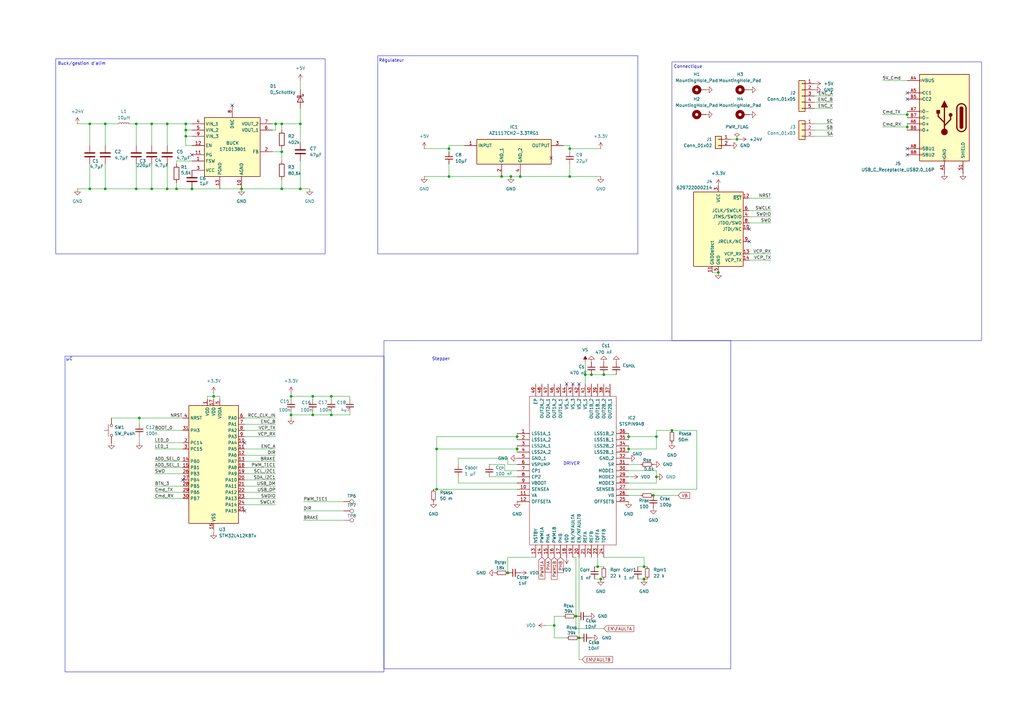
<source format=kicad_sch>
(kicad_sch (version 20250114) (generator "eeschema") (generator_version "9.0")
  (paper "A3")
  (title_block (title "PCB Frein") (company "ENSEA") (comment 1 "fait par SIMU4DX"))
  (lib_symbols
    (symbol "Connector:Conn_ST_STDC14"
      (property "Reference" "J" (at -8.89 16.51 0))
      (property "Value" "Conn_ST_STDC14" (at 17.78 16.51 0))
      (symbol "Conn_ST_STDC14_1_1"
        (pin no_connect line (at -10.16 5.08 0) (length 2.54) (hide yes) (name "NC") (number "1"))
        (pin no_connect line (at -10.16 2.54 0) (length 2.54) (hide yes) (name "NC") (number "2"))
        (pin passive line (at -2.54 -17.78 90) (length 2.54) (name "GNDDetect") (number "11"))
        (pin power_in line (at 0 17.78 270) (length 2.54) (name "VCC") (number "3"))
        (pin power_in line (at 0 -17.78 90) (length 2.54) (name "GND") (number "5"))
        (pin passive line (at 0 -17.78 90) (length 2.54) (hide yes) (name "GND") (number "7"))
        (pin open_collector line (at 12.7 12.7 180) (length 2.54) (name "~{RST}") (number "12"))
        (pin output line (at 12.7 7.62 180) (length 2.54) (name "JCLK/SWCLK") (number "6"))
        (pin bidirectional line (at 12.7 5.08 180) (length 2.54) (name "JTMS/SWDIO") (number "4"))
        (pin input line (at 12.7 2.54 180) (length 2.54) (name "JTDO/SWO") (number "8"))
        (pin output line (at 12.7 0 180) (length 2.54) (name "JTDI/NC") (number "10"))
        (pin input line (at 12.7 -5.08 180) (length 2.54) (name "JRCLK/NC") (number "9"))
        (pin output line (at 12.7 -10.16 180) (length 2.54) (name "VCP_RX") (number "13"))
        (pin input line (at 12.7 -12.7 180) (length 2.54) (name "VCP_TX") (number "14"))
      )
    )
    (symbol "Connector:TestPoint" (pin_numbers (hide yes)) (pin_names (offset 0.762) (hide yes))
      (property "Reference" "TP" (at 0 6.858 0))
      (property "Value" "TestPoint" (at 0 5.08 0))
      (symbol "TestPoint_1_1"
        (pin passive line (at 0 0 90) (length 2.54) (name "1") (number "1"))
      )
    )
    (symbol "Connector:USB_C_Receptacle_USB2.0_16P" (pin_names (offset 1.016))
      (property "Reference" "J" (at 0 22.225 0))
      (property "Value" "USB_C_Receptacle_USB2.0_16P" (at 0 19.685 0))
      (symbol "USB_C_Receptacle_USB2.0_16P_1_1"
        (pin passive line (at -7.62 -22.86 90) (length 5.08) (name "SHIELD") (number "S1"))
        (pin passive line (at 0 -22.86 90) (length 5.08) (name "GND") (number "A1"))
        (pin passive line (at 0 -22.86 90) (length 5.08) (hide yes) (name "GND") (number "A12"))
        (pin passive line (at 0 -22.86 90) (length 5.08) (hide yes) (name "GND") (number "B1"))
        (pin passive line (at 0 -22.86 90) (length 5.08) (hide yes) (name "GND") (number "B12"))
        (pin passive line (at 15.24 15.24 180) (length 5.08) (name "VBUS") (number "A4"))
        (pin passive line (at 15.24 15.24 180) (length 5.08) (hide yes) (name "VBUS") (number "A9"))
        (pin passive line (at 15.24 15.24 180) (length 5.08) (hide yes) (name "VBUS") (number "B4"))
        (pin passive line (at 15.24 15.24 180) (length 5.08) (hide yes) (name "VBUS") (number "B9"))
        (pin bidirectional line (at 15.24 10.16 180) (length 5.08) (name "CC1") (number "A5"))
        (pin bidirectional line (at 15.24 7.62 180) (length 5.08) (name "CC2") (number "B5"))
        (pin bidirectional line (at 15.24 2.54 180) (length 5.08) (name "D-") (number "A7"))
        (pin bidirectional line (at 15.24 0 180) (length 5.08) (name "D-") (number "B7"))
        (pin bidirectional line (at 15.24 -2.54 180) (length 5.08) (name "D+") (number "A6"))
        (pin bidirectional line (at 15.24 -5.08 180) (length 5.08) (name "D+") (number "B6"))
        (pin bidirectional line (at 15.24 -12.7 180) (length 5.08) (name "SBU1") (number "A8"))
        (pin bidirectional line (at 15.24 -15.24 180) (length 5.08) (name "SBU2") (number "B8"))
      )
    )
    (symbol "Connector_Generic:Conn_01x02" (pin_names (offset 1.016) (hide yes))
      (property "Reference" "J" (at 0 2.54 0))
      (property "Value" "Conn_01x02" (at 0 -5.08 0))
      (symbol "Conn_01x02_1_1"
        (pin passive line (at -5.08 0 0) (length 3.81) (name "Pin_1") (number "1"))
        (pin passive line (at -5.08 -2.54 0) (length 3.81) (name "Pin_2") (number "2"))
      )
    )
    (symbol "Connector_Generic:Conn_01x03" (pin_names (offset 1.016) (hide yes))
      (property "Reference" "J" (at 0 5.08 0))
      (property "Value" "Conn_01x03" (at 0 -5.08 0))
      (symbol "Conn_01x03_1_1"
        (pin passive line (at -5.08 2.54 0) (length 3.81) (name "Pin_1") (number "1"))
        (pin passive line (at -5.08 0 0) (length 3.81) (name "Pin_2") (number "2"))
        (pin passive line (at -5.08 -2.54 0) (length 3.81) (name "Pin_3") (number "3"))
      )
    )
    (symbol "Connector_Generic:Conn_01x05" (pin_names (offset 1.016) (hide yes))
      (property "Reference" "J" (at 0 7.62 0))
      (property "Value" "Conn_01x05" (at 0 -7.62 0))
      (symbol "Conn_01x05_1_1"
        (pin passive line (at -5.08 5.08 0) (length 3.81) (name "Pin_1") (number "1"))
        (pin passive line (at -5.08 2.54 0) (length 3.81) (name "Pin_2") (number "2"))
        (pin passive line (at -5.08 0 0) (length 3.81) (name "Pin_3") (number "3"))
        (pin passive line (at -5.08 -2.54 0) (length 3.81) (name "Pin_4") (number "4"))
        (pin passive line (at -5.08 -5.08 0) (length 3.81) (name "Pin_5") (number "5"))
      )
    )
    (symbol "Device:C" (pin_numbers (hide yes)) (pin_names (offset 0.254))
      (property "Reference" "C" (at 0.635 2.54 0))
      (property "Value" "C" (at 0.635 -2.54 0))
      (symbol "C_1_1"
        (pin passive line (at 0 3.81 270) (length 2.794) (name "~") (number "1"))
        (pin passive line (at 0 -3.81 90) (length 2.794) (name "~") (number "2"))
      )
    )
    (symbol "Device:C_Small" (pin_numbers (hide yes)) (pin_names (offset 0.254) (hide yes))
      (property "Reference" "C" (at 0.254 1.778 0))
      (property "Value" "C_Small" (at 0.254 -2.032 0))
      (symbol "C_Small_1_1"
        (pin passive line (at 0 2.54 270) (length 2.032) (name "~") (number "1"))
        (pin passive line (at 0 -2.54 90) (length 2.032) (name "~") (number "2"))
      )
    )
    (symbol "Device:D_Schottky" (pin_numbers (hide yes)) (pin_names (offset 1.016) (hide yes))
      (property "Reference" "D" (at 0 2.54 0))
      (property "Value" "D_Schottky" (at 0 -2.54 0))
      (symbol "D_Schottky_1_1"
        (pin passive line (at -3.81 0 0) (length 2.54) (name "K") (number "1"))
        (pin passive line (at 3.81 0 180) (length 2.54) (name "A") (number "2"))
      )
    )
    (symbol "Device:L_Small" (pin_numbers (hide yes)) (pin_names (offset 0.254) (hide yes))
      (property "Reference" "L" (at 0.762 1.016 0))
      (property "Value" "L_Small" (at 0.762 -1.016 0))
      (symbol "L_Small_1_1"
        (pin passive line (at 0 2.54 270) (length 0.508) (name "~") (number "1"))
        (pin passive line (at 0 -2.54 90) (length 0.508) (name "~") (number "2"))
      )
    )
    (symbol "Device:R" (pin_numbers (hide yes)) (pin_names (offset 0))
      (property "Reference" "R" (at 2.032 0 90))
      (property "Value" "R" (at 0 0 90))
      (symbol "R_1_1"
        (pin passive line (at 0 3.81 270) (length 1.27) (name "~") (number "1"))
        (pin passive line (at 0 -3.81 90) (length 1.27) (name "~") (number "2"))
      )
    )
    (symbol "Device:R_Small" (pin_numbers (hide yes)) (pin_names (offset 0.254) (hide yes))
      (property "Reference" "R" (at 0.762 0.508 0))
      (property "Value" "R_Small" (at 0.762 -1.016 0))
      (symbol "R_Small_1_1"
        (pin passive line (at 0 2.54 270) (length 0.762) (name "~") (number "1"))
        (pin passive line (at 0 -2.54 90) (length 0.762) (name "~") (number "2"))
      )
    )
    (symbol "MCU_ST_STM32L4:STM32L412KBTx"
      (property "Reference" "U" (at -10.16 26.67 0))
      (property "Value" "STM32L412KBTx" (at 5.08 26.67 0))
      (symbol "STM32L412KBTx_1_1"
        (pin input line (at -12.7 20.32 0) (length 2.54) (name "NRST") (number "4"))
        (pin bidirectional line (at -12.7 15.24 0) (length 2.54) (name "PH3") (number "31"))
        (pin bidirectional line (at -12.7 10.16 0) (length 2.54) (name "PC14") (number "2"))
        (pin bidirectional line (at -12.7 7.62 0) (length 2.54) (name "PC15") (number "3"))
        (pin bidirectional line (at -12.7 2.54 0) (length 2.54) (name "PB0") (number "14"))
        (pin bidirectional line (at -12.7 0 0) (length 2.54) (name "PB1") (number "15"))
        (pin bidirectional line (at -12.7 -2.54 0) (length 2.54) (name "PB3") (number "26"))
        (pin bidirectional line (at -12.7 -5.08 0) (length 2.54) (name "PB4") (number "27"))
        (pin bidirectional line (at -12.7 -7.62 0) (length 2.54) (name "PB5") (number "28"))
        (pin bidirectional line (at -12.7 -10.16 0) (length 2.54) (name "PB6") (number "29"))
        (pin bidirectional line (at -12.7 -12.7 0) (length 2.54) (name "PB7") (number "30"))
        (pin power_in line (at -2.54 27.94 270) (length 2.54) (name "VDD") (number "1"))
        (pin power_in line (at 0 27.94 270) (length 2.54) (name "VDD") (number "17"))
        (pin power_in line (at 0 -25.4 90) (length 2.54) (name "VSS") (number "16"))
        (pin passive line (at 0 -25.4 90) (length 2.54) (hide yes) (name "VSS") (number "32"))
        (pin power_in line (at 2.54 27.94 270) (length 2.54) (name "VDDA") (number "5"))
        (pin bidirectional line (at 12.7 20.32 180) (length 2.54) (name "PA0") (number "6"))
        (pin bidirectional line (at 12.7 17.78 180) (length 2.54) (name "PA1") (number "7"))
        (pin bidirectional line (at 12.7 15.24 180) (length 2.54) (name "PA2") (number "8"))
        (pin bidirectional line (at 12.7 12.7 180) (length 2.54) (name "PA3") (number "9"))
        (pin bidirectional line (at 12.7 10.16 180) (length 2.54) (name "PA4") (number "10"))
        (pin bidirectional line (at 12.7 7.62 180) (length 2.54) (name "PA5") (number "11"))
        (pin bidirectional line (at 12.7 5.08 180) (length 2.54) (name "PA6") (number "12"))
        (pin bidirectional line (at 12.7 2.54 180) (length 2.54) (name "PA7") (number "13"))
        (pin bidirectional line (at 12.7 0 180) (length 2.54) (name "PA8") (number "18"))
        (pin bidirectional line (at 12.7 -2.54 180) (length 2.54) (name "PA9") (number "19"))
        (pin bidirectional line (at 12.7 -5.08 180) (length 2.54) (name "PA10") (number "20"))
        (pin bidirectional line (at 12.7 -7.62 180) (length 2.54) (name "PA11") (number "21"))
        (pin bidirectional line (at 12.7 -10.16 180) (length 2.54) (name "PA12") (number "22"))
        (pin bidirectional line (at 12.7 -12.7 180) (length 2.54) (name "PA13") (number "23"))
        (pin bidirectional line (at 12.7 -15.24 180) (length 2.54) (name "PA14") (number "24"))
        (pin bidirectional line (at 12.7 -17.78 180) (length 2.54) (name "PA15") (number "25"))
      )
    )
    (symbol "Mechanical:MountingHole_Pad" (pin_numbers (hide yes)) (pin_names (offset 1.016) (hide yes)) (exclude_from_sim yes) (in_bom no)
      (property "Reference" "H" (at 0 6.35 0))
      (property "Value" "MountingHole_Pad" (at 0 4.445 0))
      (symbol "MountingHole_Pad_1_1"
        (pin input line (at 0 -2.54 90) (length 2.54) (name "1") (number "1"))
      )
    )
    (symbol "STSPIN948:STSPIN948" (pin_names (offset 0.762))
      (property "Reference" "IC" (at 41.91 20.32 0))
      (property "Value" "STSPIN948" (at 41.91 17.78 0))
      (symbol "STSPIN948_0_0"
        (pin passive line (at 0 0 0) (length 5.08) (name "LSS1A_1") (number "1"))
        (pin passive line (at 0 -2.54 0) (length 5.08) (name "LSS1A_2") (number "2"))
        (pin passive line (at 0 -5.08 0) (length 5.08) (name "LSS2A_1") (number "3"))
        (pin passive line (at 0 -7.62 0) (length 5.08) (name "LSS2A_2") (number "4"))
        (pin passive line (at 0 -10.16 0) (length 5.08) (name "GND_1") (number "5"))
        (pin passive line (at 0 -12.7 0) (length 5.08) (name "VSPUMP") (number "6"))
        (pin passive line (at 0 -15.24 0) (length 5.08) (name "CP1") (number "7"))
        (pin passive line (at 0 -17.78 0) (length 5.08) (name "CP2") (number "8"))
        (pin passive line (at 0 -20.32 0) (length 5.08) (name "VBOOT") (number "9"))
        (pin passive line (at 0 -22.86 0) (length 5.08) (name "SENSEA") (number "10"))
        (pin passive line (at 0 -25.4 0) (length 5.08) (name "VA") (number "11"))
        (pin passive line (at 0 -27.94 0) (length 5.08) (name "OFFSETA") (number "12"))
        (pin passive line (at 7.62 20.32 270) (length 5.08) (name "EP") (number "49"))
        (pin passive line (at 7.62 -50.8 90) (length 5.08) (name "NSTBY") (number "13"))
        (pin passive line (at 10.16 20.32 270) (length 5.08) (name "OUT2A_2") (number "48"))
        (pin passive line (at 10.16 -50.8 90) (length 5.08) (name "PWM1A") (number "14"))
        (pin passive line (at 12.7 20.32 270) (length 5.08) (name "OUT2A_1") (number "47"))
        (pin passive line (at 12.7 -50.8 90) (length 5.08) (name "PHA") (number "15"))
        (pin passive line (at 15.24 20.32 270) (length 5.08) (name "OUT1A_2") (number "46"))
        (pin passive line (at 15.24 -50.8 90) (length 5.08) (name "PWM1B") (number "16"))
        (pin passive line (at 17.78 20.32 270) (length 5.08) (name "OUT1A_1") (number "45"))
        (pin passive line (at 17.78 -50.8 90) (length 5.08) (name "PHB") (number "17"))
        (pin passive line (at 20.32 20.32 270) (length 5.08) (name "VS_4") (number "44"))
        (pin passive line (at 20.32 -50.8 90) (length 5.08) (name "VDD") (number "18"))
        (pin passive line (at 22.86 20.32 270) (length 5.08) (name "VS_3") (number "43"))
        (pin passive line (at 22.86 -50.8 90) (length 5.08) (name "EN/NFAULTA") (number "19"))
        (pin passive line (at 25.4 20.32 270) (length 5.08) (name "VS_2") (number "42"))
        (pin passive line (at 25.4 -50.8 90) (length 5.08) (name "EN/NFAULTB") (number "20"))
        (pin passive line (at 27.94 20.32 270) (length 5.08) (name "VS_1") (number "41"))
        (pin passive line (at 27.94 -50.8 90) (length 5.08) (name "REFA") (number "21"))
        (pin passive line (at 30.48 20.32 270) (length 5.08) (name "OUT1B_2") (number "40"))
        (pin passive line (at 30.48 -50.8 90) (length 5.08) (name "REFB") (number "22"))
        (pin passive line (at 33.02 20.32 270) (length 5.08) (name "OUT1B_1") (number "39"))
        (pin passive line (at 33.02 -50.8 90) (length 5.08) (name "TOFFA") (number "23"))
        (pin passive line (at 35.56 20.32 270) (length 5.08) (name "OUT2B_2") (number "38"))
        (pin passive line (at 35.56 -50.8 90) (length 5.08) (name "TOFFB") (number "24"))
        (pin passive line (at 38.1 20.32 270) (length 5.08) (name "OUT2B_1") (number "37"))
        (pin passive line (at 45.72 0 180) (length 5.08) (name "LSS1B_2") (number "36"))
        (pin passive line (at 45.72 -2.54 180) (length 5.08) (name "LSS1B_1") (number "35"))
        (pin passive line (at 45.72 -5.08 180) (length 5.08) (name "LSS2B_2") (number "34"))
        (pin passive line (at 45.72 -7.62 180) (length 5.08) (name "LSS2B_1") (number "33"))
        (pin passive line (at 45.72 -10.16 180) (length 5.08) (name "GND_2") (number "32"))
        (pin passive line (at 45.72 -12.7 180) (length 5.08) (name "SR") (number "31"))
        (pin passive line (at 45.72 -15.24 180) (length 5.08) (name "MODE1") (number "30"))
        (pin passive line (at 45.72 -17.78 180) (length 5.08) (name "MODE2") (number "29"))
        (pin passive line (at 45.72 -20.32 180) (length 5.08) (name "MODE3") (number "28"))
        (pin passive line (at 45.72 -22.86 180) (length 5.08) (name "SENSEB") (number "27"))
        (pin passive line (at 45.72 -25.4 180) (length 5.08) (name "VB") (number "26"))
        (pin passive line (at 45.72 -27.94 180) (length 5.08) (name "OFFSETB") (number "25"))
      )
    )
    (symbol "SamacSys_Parts:171013801"
      (property "Reference" "PS1" (at 17.018 -7.874 0))
      (property "Value" "171013801" (at 17.526 -9.906 0))
      (symbol "171013801_1_1"
        (pin passive line (at 0 0 0) (length 5.08) (name "VIN_1") (number "4"))
        (pin passive line (at 0 -2.54 0) (length 5.08) (name "VIN_2") (number "5"))
        (pin passive line (at 0 -5.08 0) (length 5.08) (name "VIN_3") (number "9"))
        (pin passive line (at 0 -8.89 0) (length 5.08) (name "EN") (number "12"))
        (pin passive line (at 0 -12.7 0) (length 5.08) (name "PG") (number "11"))
        (pin passive line (at 0 -15.24 0) (length 5.08) (name "FSW") (number "1"))
        (pin passive line (at 0 -19.05 0) (length 5.08) (name "VCC") (number "3"))
        (pin passive line (at 11.43 -26.67 90) (length 5.08) (name "PGND") (number "13"))
        (pin passive line (at 16.51 7.62 270) (length 5.08) (name "DNC") (number "8"))
        (pin passive line (at 20.32 -26.67 90) (length 5.08) (name "AGND") (number "10"))
        (pin passive line (at 33.02 0 180) (length 5.08) (name "VOUT_2") (number "7"))
        (pin passive line (at 33.02 -2.54 180) (length 5.08) (name "VOUT_1") (number "6"))
        (pin passive line (at 33.02 -11.43 180) (length 5.08) (name "FB") (number "2"))
      )
    )
    (symbol "SamacSys_Parts:AZ1117CH2-3.3TRG1"
      (property "Reference" "IC1" (at 20.32 7.62 0))
      (property "Value" "AZ1117CH2-3.3TRG1" (at 20.32 5.08 0))
      (symbol "AZ1117CH2-3.3TRG1_1_1"
        (pin passive line (at 0 0 0) (length 5.08) (name "INPUT") (number "1"))
        (pin passive line (at 15.24 -12.7 90) (length 5.08) (name "GND_1") (number "2"))
        (pin passive line (at 22.86 -12.7 90) (length 5.08) (name "GND_2") (number "4"))
        (pin passive line (at 40.64 0 180) (length 5.08) (name "OUTPUT") (number "3"))
      )
    )
    (symbol "Switch:SW_Push" (pin_numbers (hide yes)) (pin_names (offset 1.016) (hide yes))
      (property "Reference" "SW" (at 1.27 2.54 0))
      (property "Value" "SW_Push" (at 0 -1.524 0))
      (symbol "SW_Push_0_1"
        (pin passive line (at -5.08 0 0) (length 2.54) (name "1") (number "1"))
        (pin passive line (at 5.08 0 180) (length 2.54) (name "2") (number "2"))
      )
    )
    (symbol "power:+24V" (power) (pin_numbers (hide yes)) (pin_names (offset 0) (hide yes))
      (property "Value" "+24V" (at 0 3.556 0))
      (symbol "+24V_1_1"
        (pin power_in line (at 0 0 90) (length 0) (name "~") (number "1"))
      )
    )
    (symbol "power:+3.3V" (power) (pin_numbers (hide yes)) (pin_names (offset 0) (hide yes))
      (property "Value" "+3.3V" (at 0 3.556 0))
      (symbol "+3.3V_1_1"
        (pin power_in line (at 0 0 90) (length 0) (name "~") (number "1"))
      )
    )
    (symbol "power:+5V" (power) (pin_numbers (hide yes)) (pin_names (offset 0) (hide yes))
      (property "Value" "+5V" (at 0 3.556 0))
      (symbol "+5V_1_1"
        (pin power_in line (at 0 0 90) (length 0) (name "~") (number "1"))
      )
    )
    (symbol "power:GND" (power) (pin_numbers (hide yes)) (pin_names (offset 0) (hide yes))
      (property "Value" "GND" (at 0 -3.81 0))
      (symbol "GND_1_1"
        (pin power_in line (at 0 0 270) (length 0) (name "~") (number "1"))
      )
    )
    (symbol "power:PWR_FLAG" (power) (pin_numbers (hide yes)) (pin_names (offset 0) (hide yes))
      (property "Value" "PWR_FLAG" (at 0 3.81 0))
      (symbol "PWR_FLAG_0_0"
        (pin power_out line (at 0 0 90) (length 0) (name "~") (number "1"))
      )
    )
    (symbol "power:VDD" (power) (pin_numbers (hide yes)) (pin_names (offset 0) (hide yes))
      (property "Value" "VDD" (at 0 3.556 0))
      (symbol "VDD_1_1"
        (pin power_in line (at 0 0 90) (length 0) (name "~") (number "1"))
      )
    )
    (symbol "power:VS" (power) (pin_numbers (hide yes)) (pin_names (offset 0) (hide yes))
      (property "Value" "VS" (at 0 3.556 0))
      (symbol "VS_1_1"
        (pin power_in line (at 0 0 90) (length 0) (name "~") (number "1"))
      )
    )
  )
  (rectangle (start 154.94 22.86) (end 261.62 104.14))
  (rectangle (start 26.67 146.05) (end 157.48 275.59))
  (rectangle (start 275.59 25.4) (end 402.59 139.7))
  (rectangle (start 22.86 24.13) (end 133.35 104.14))
  (rectangle (start 157.48 139.7) (end 299.72 274.32))
  (text "DRIVER\n" (at 234.442 190.246 0) (effects (font (size 1.27 1.27))))
  (text "Stepper" (at 180.848 147.32 0) (effects (font (size 1.27 1.27))))
  (text "Connectique\n" (at 282.194 27.432 0) (effects (font (size 1.27 1.27))))
  (text "µC\n" (at 28.448 147.32 0) (effects (font (size 1.27 1.27))))
  (text "Buck/gestion d'alim\n" (at 33.528 26.162 0) (effects (font (size 1.27 1.27))))
  (text "Régulateur" (at 160.528 24.892 0) (effects (font (size 1.27 1.27))))
  (junction (at 123.19 77.47))
  (junction (at 62.23 77.47))
  (junction (at 184.15 60.96))
  (junction (at 115.57 62.23))
  (junction (at 123.19 50.8))
  (junction (at 78.74 77.47))
  (junction (at 242.57 153.67))
  (junction (at 267.97 203.2))
  (junction (at 372.11 52.07))
  (junction (at 246.38 237.49))
  (junction (at 36.83 50.8))
  (junction (at 99.06 77.47))
  (junction (at 87.63 162.56))
  (junction (at 269.24 195.58))
  (junction (at 68.58 50.8))
  (junction (at 209.55 72.39))
  (junction (at 275.59 176.53))
  (junction (at 55.88 50.8))
  (junction (at 76.2 50.8))
  (junction (at 76.2 53.34))
  (junction (at 257.81 184.15))
  (junction (at 205.74 72.39))
  (junction (at 43.18 77.47))
  (junction (at 184.15 72.39))
  (junction (at 212.09 184.15))
  (junction (at 213.36 72.39))
  (junction (at 179.07 184.15))
  (junction (at 36.83 77.47))
  (junction (at 236.22 252.73))
  (junction (at 227.33 256.54))
  (junction (at 233.68 72.39))
  (junction (at 240.03 153.67))
  (junction (at 128.27 162.56))
  (junction (at 372.11 46.99))
  (junction (at 264.16 232.41))
  (junction (at 62.23 50.8))
  (junction (at 68.58 77.47))
  (junction (at 115.57 50.8))
  (junction (at 264.16 237.49))
  (junction (at 302.26 57.15))
  (junction (at 43.18 50.8))
  (junction (at 269.24 179.07))
  (junction (at 119.38 162.56))
  (junction (at 113.03 50.8))
  (junction (at 245.11 232.41))
  (junction (at 237.49 261.62))
  (junction (at 57.15 171.45))
  (junction (at 294.64 111.76))
  (junction (at 212.09 179.07))
  (junction (at 179.07 200.66))
  (junction (at 257.81 179.07))
  (junction (at 247.65 153.67))
  (junction (at 135.89 162.56))
  (junction (at 208.28 234.95))
  (junction (at 119.38 170.18))
  (junction (at 233.68 60.96))
  (junction (at 115.57 77.47))
  (junction (at 76.2 55.88))
  (junction (at 55.88 77.47))
  (junction (at 128.27 170.18))
  (junction (at 135.89 170.18))
  (junction (at 72.39 77.47))
  (no_connect (at 307.34 93.98))
  (no_connect (at 372.11 63.5))
  (no_connect (at 234.95 157.48))
  (no_connect (at 372.11 60.96))
  (no_connect (at 307.34 99.06))
  (no_connect (at 95.25 43.18))
  (no_connect (at 226.06 64.77))
  (no_connect (at 74.93 196.85))
  (no_connect (at 78.74 63.5))
  (no_connect (at 100.33 181.61))
  (no_connect (at 232.41 157.48))
  (no_connect (at 100.33 209.55))
  (no_connect (at 372.11 38.1))
  (no_connect (at 237.49 157.48))
  (no_connect (at 372.11 40.64))
  (wire (pts (xy 87.63 161.29) (xy 87.63 162.56)))
  (wire (pts (xy 361.95 33.02) (xy 372.11 33.02)))
  (wire (pts (xy 240.03 153.67) (xy 240.03 148.59)))
  (wire (pts (xy 115.57 77.47) (xy 123.19 77.47)))
  (wire (pts (xy 36.83 77.47) (xy 43.18 77.47)))
  (wire (pts (xy 179.07 179.07) (xy 179.07 184.15)))
  (wire (pts (xy 63.5 189.23) (xy 74.93 189.23)))
  (wire (pts (xy 100.33 184.15) (xy 113.03 184.15)))
  (wire (pts (xy 115.57 50.8) (xy 115.57 53.34)))
  (wire (pts (xy 78.74 59.69) (xy 76.2 59.69)))
  (wire (pts (xy 257.81 179.07) (xy 269.24 179.07)))
  (wire (pts (xy 123.19 50.8) (xy 123.19 58.42)))
  (wire (pts (xy 100.33 176.53) (xy 113.03 176.53)))
  (wire (pts (xy 63.5 191.77) (xy 74.93 191.77)))
  (wire (pts (xy 184.15 59.69) (xy 184.15 60.96)))
  (wire (pts (xy 100.33 191.77) (xy 113.03 191.77)))
  (wire (pts (xy 173.99 60.96) (xy 184.15 60.96)))
  (wire (pts (xy 257.81 177.8) (xy 257.81 179.07)))
  (wire (pts (xy 123.19 33.02) (xy 123.19 36.83)))
  (wire (pts (xy 233.68 59.69) (xy 233.68 60.96)))
  (wire (pts (xy 269.24 198.12) (xy 257.81 198.12)))
  (wire (pts (xy 78.74 66.04) (xy 72.39 66.04)))
  (wire (pts (xy 372.11 46.99) (xy 372.11 48.26)))
  (wire (pts (xy 128.27 162.56) (xy 128.27 163.83)))
  (wire (pts (xy 123.19 44.45) (xy 123.19 50.8)))
  (wire (pts (xy 184.15 60.96) (xy 184.15 62.23)))
  (wire (pts (xy 245.11 228.6) (xy 245.11 232.41)))
  (wire (pts (xy 264.16 237.49) (xy 265.43 237.49)))
  (wire (pts (xy 179.07 184.15) (xy 179.07 200.66)))
  (wire (pts (xy 200.66 190.5) (xy 207.01 190.5)))
  (wire (pts (xy 208.28 228.6) (xy 219.71 228.6)))
  (wire (pts (xy 208.28 228.6) (xy 208.28 234.95)))
  (wire (pts (xy 57.15 171.45) (xy 74.93 171.45)))
  (wire (pts (xy 307.34 81.28) (xy 316.23 81.28)))
  (wire (pts (xy 100.33 186.69) (xy 113.03 186.69)))
  (wire (pts (xy 45.72 171.45) (xy 57.15 171.45)))
  (wire (pts (xy 187.96 190.5) (xy 187.96 187.96)))
  (wire (pts (xy 307.34 86.36) (xy 316.23 86.36)))
  (wire (pts (xy 209.55 72.39) (xy 213.36 72.39)))
  (wire (pts (xy 261.62 237.49) (xy 264.16 237.49)))
  (wire (pts (xy 190.5 59.69) (xy 184.15 59.69)))
  (wire (pts (xy 128.27 162.56) (xy 119.38 162.56)))
  (wire (pts (xy 259.08 195.58) (xy 257.81 195.58)))
  (wire (pts (xy 208.28 187.96) (xy 208.28 190.5)))
  (wire (pts (xy 57.15 179.07) (xy 57.15 181.61)))
  (wire (pts (xy 334.01 44.45) (xy 341.63 44.45)))
  (wire (pts (xy 303.53 57.15) (xy 302.26 57.15)))
  (wire (pts (xy 72.39 66.04) (xy 72.39 67.31)))
  (wire (pts (xy 63.5 184.15) (xy 74.93 184.15)))
  (wire (pts (xy 63.5 176.53) (xy 74.93 176.53)))
  (wire (pts (xy 269.24 176.53) (xy 275.59 176.53)))
  (wire (pts (xy 262.89 190.5) (xy 257.81 190.5)))
  (wire (pts (xy 72.39 77.47) (xy 78.74 77.47)))
  (wire (pts (xy 43.18 77.47) (xy 55.88 77.47)))
  (wire (pts (xy 208.28 190.5) (xy 212.09 190.5)))
  (wire (pts (xy 240.03 157.48) (xy 240.03 153.67)))
  (wire (pts (xy 100.33 171.45) (xy 113.03 171.45)))
  (wire (pts (xy 57.15 173.99) (xy 57.15 171.45)))
  (wire (pts (xy 247.65 257.81) (xy 236.22 257.81)))
  (wire (pts (xy 76.2 50.8) (xy 76.2 53.34)))
  (wire (pts (xy 124.46 213.36) (xy 140.97 213.36)))
  (wire (pts (xy 135.89 170.18) (xy 135.89 168.91)))
  (wire (pts (xy 233.68 72.39) (xy 246.38 72.39)))
  (wire (pts (xy 173.99 72.39) (xy 184.15 72.39)))
  (wire (pts (xy 53.34 50.8) (xy 55.88 50.8)))
  (wire (pts (xy 76.2 59.69) (xy 76.2 55.88)))
  (wire (pts (xy 307.34 91.44) (xy 316.23 91.44)))
  (wire (pts (xy 62.23 50.8) (xy 62.23 59.69)))
  (wire (pts (xy 207.01 193.04) (xy 212.09 193.04)))
  (wire (pts (xy 90.17 163.83) (xy 90.17 162.56)))
  (wire (pts (xy 128.27 170.18) (xy 128.27 168.91)))
  (wire (pts (xy 269.24 195.58) (xy 269.24 198.12)))
  (wire (pts (xy 264.16 232.41) (xy 265.43 232.41)))
  (wire (pts (xy 372.11 45.72) (xy 372.11 46.99)))
  (wire (pts (xy 257.81 184.15) (xy 257.81 185.42)))
  (wire (pts (xy 111.76 62.23) (xy 115.57 62.23)))
  (wire (pts (xy 111.76 50.8) (xy 113.03 50.8)))
  (wire (pts (xy 135.89 162.56) (xy 135.89 163.83)))
  (wire (pts (xy 179.07 200.66) (xy 212.09 200.66)))
  (wire (pts (xy 237.49 228.6) (xy 237.49 261.62)))
  (wire (pts (xy 143.51 168.91) (xy 143.51 170.18)))
  (wire (pts (xy 247.65 153.67) (xy 252.73 153.67)))
  (wire (pts (xy 207.01 190.5) (xy 207.01 193.04)))
  (wire (pts (xy 123.19 77.47) (xy 127 77.47)))
  (wire (pts (xy 119.38 171.45) (xy 119.38 170.18)))
  (wire (pts (xy 212.09 179.07) (xy 179.07 179.07)))
  (wire (pts (xy 115.57 60.96) (xy 115.57 62.23)))
  (wire (pts (xy 257.81 193.04) (xy 269.24 193.04)))
  (wire (pts (xy 76.2 55.88) (xy 78.74 55.88)))
  (wire (pts (xy 119.38 161.29) (xy 119.38 162.56)))
  (wire (pts (xy 99.06 77.47) (xy 115.57 77.47)))
  (wire (pts (xy 78.74 77.47) (xy 99.06 77.47)))
  (wire (pts (xy 231.14 252.73) (xy 227.33 252.73)))
  (wire (pts (xy 257.81 179.07) (xy 257.81 180.34)))
  (wire (pts (xy 100.33 199.39) (xy 113.03 199.39)))
  (wire (pts (xy 63.5 201.93) (xy 74.93 201.93)))
  (wire (pts (xy 212.09 179.07) (xy 212.09 180.34)))
  (wire (pts (xy 231.14 59.69) (xy 233.68 59.69)))
  (wire (pts (xy 115.57 50.8) (xy 123.19 50.8)))
  (wire (pts (xy 85.09 162.56) (xy 85.09 163.83)))
  (wire (pts (xy 257.81 200.66) (xy 285.75 200.66)))
  (wire (pts (xy 200.66 195.58) (xy 212.09 195.58)))
  (wire (pts (xy 205.74 72.39) (xy 209.55 72.39)))
  (wire (pts (xy 237.49 270.51) (xy 238.76 270.51)))
  (wire (pts (xy 236.22 252.73) (xy 236.22 228.6)))
  (wire (pts (xy 233.68 60.96) (xy 233.68 62.23)))
  (wire (pts (xy 184.15 72.39) (xy 205.74 72.39)))
  (wire (pts (xy 261.62 232.41) (xy 264.16 232.41)))
  (wire (pts (xy 113.03 53.34) (xy 113.03 50.8)))
  (wire (pts (xy 100.33 201.93) (xy 113.03 201.93)))
  (wire (pts (xy 100.33 207.01) (xy 113.03 207.01)))
  (wire (pts (xy 43.18 50.8) (xy 48.26 50.8)))
  (wire (pts (xy 68.58 50.8) (xy 76.2 50.8)))
  (wire (pts (xy 31.75 50.8) (xy 36.83 50.8)))
  (wire (pts (xy 100.33 179.07) (xy 113.03 179.07)))
  (wire (pts (xy 294.64 111.76) (xy 292.1 111.76)))
  (wire (pts (xy 87.63 162.56) (xy 87.63 163.83)))
  (wire (pts (xy 243.84 237.49) (xy 246.38 237.49)))
  (wire (pts (xy 187.96 187.96) (xy 208.28 187.96)))
  (wire (pts (xy 76.2 53.34) (xy 76.2 55.88)))
  (wire (pts (xy 361.95 52.07) (xy 372.11 52.07)))
  (wire (pts (xy 55.88 50.8) (xy 62.23 50.8)))
  (wire (pts (xy 72.39 74.93) (xy 72.39 77.47)))
  (wire (pts (xy 212.09 184.15) (xy 212.09 185.42)))
  (wire (pts (xy 128.27 170.18) (xy 135.89 170.18)))
  (wire (pts (xy 372.11 50.8) (xy 372.11 52.07)))
  (wire (pts (xy 143.51 163.83) (xy 143.51 162.56)))
  (wire (pts (xy 372.11 52.07) (xy 372.11 53.34)))
  (wire (pts (xy 233.68 67.31) (xy 233.68 72.39)))
  (wire (pts (xy 278.13 203.2) (xy 267.97 203.2)))
  (wire (pts (xy 113.03 50.8) (xy 115.57 50.8)))
  (wire (pts (xy 212.09 198.12) (xy 187.96 198.12)))
  (wire (pts (xy 111.76 53.34) (xy 113.03 53.34)))
  (wire (pts (xy 245.11 232.41) (xy 247.65 232.41)))
  (wire (pts (xy 43.18 67.31) (xy 43.18 77.47)))
  (wire (pts (xy 285.75 176.53) (xy 275.59 176.53)))
  (wire (pts (xy 78.74 50.8) (xy 76.2 50.8)))
  (wire (pts (xy 68.58 67.31) (xy 68.58 77.47)))
  (wire (pts (xy 55.88 50.8) (xy 55.88 59.69)))
  (wire (pts (xy 307.34 106.68) (xy 316.23 106.68)))
  (wire (pts (xy 307.34 104.14) (xy 316.23 104.14)))
  (wire (pts (xy 234.95 228.6) (xy 236.22 228.6)))
  (wire (pts (xy 55.88 67.31) (xy 55.88 77.47)))
  (wire (pts (xy 115.57 62.23) (xy 115.57 66.04)))
  (wire (pts (xy 236.22 257.81) (xy 236.22 252.73)))
  (wire (pts (xy 257.81 182.88) (xy 257.81 184.15)))
  (wire (pts (xy 212.09 177.8) (xy 212.09 179.07)))
  (wire (pts (xy 62.23 50.8) (xy 68.58 50.8)))
  (wire (pts (xy 227.33 261.62) (xy 232.41 261.62)))
  (wire (pts (xy 285.75 200.66) (xy 285.75 176.53)))
  (wire (pts (xy 62.23 77.47) (xy 68.58 77.47)))
  (wire (pts (xy 55.88 77.47) (xy 62.23 77.47)))
  (wire (pts (xy 31.75 77.47) (xy 36.83 77.47)))
  (wire (pts (xy 90.17 162.56) (xy 87.63 162.56)))
  (wire (pts (xy 68.58 50.8) (xy 68.58 59.69)))
  (wire (pts (xy 63.5 199.39) (xy 74.93 199.39)))
  (wire (pts (xy 334.01 41.91) (xy 341.63 41.91)))
  (wire (pts (xy 100.33 194.31) (xy 113.03 194.31)))
  (wire (pts (xy 187.96 198.12) (xy 187.96 195.58)))
  (wire (pts (xy 227.33 256.54) (xy 227.33 261.62)))
  (wire (pts (xy 302.26 57.15) (xy 299.72 57.15)))
  (wire (pts (xy 334.01 53.34) (xy 341.63 53.34)))
  (wire (pts (xy 123.19 66.04) (xy 123.19 77.47)))
  (wire (pts (xy 135.89 162.56) (xy 128.27 162.56)))
  (wire (pts (xy 63.5 204.47) (xy 74.93 204.47)))
  (wire (pts (xy 240.03 153.67) (xy 242.57 153.67)))
  (wire (pts (xy 115.57 73.66) (xy 115.57 77.47)))
  (wire (pts (xy 334.01 55.88) (xy 341.63 55.88)))
  (wire (pts (xy 63.5 181.61) (xy 74.93 181.61)))
  (wire (pts (xy 227.33 252.73) (xy 227.33 256.54)))
  (wire (pts (xy 87.63 162.56) (xy 85.09 162.56)))
  (wire (pts (xy 36.83 50.8) (xy 43.18 50.8)))
  (wire (pts (xy 143.51 170.18) (xy 135.89 170.18)))
  (wire (pts (xy 124.46 205.74) (xy 140.97 205.74)))
  (wire (pts (xy 63.5 194.31) (xy 74.93 194.31)))
  (wire (pts (xy 257.81 184.15) (xy 269.24 184.15)))
  (wire (pts (xy 213.36 72.39) (xy 233.68 72.39)))
  (wire (pts (xy 269.24 193.04) (xy 269.24 195.58)))
  (wire (pts (xy 62.23 67.31) (xy 62.23 77.47)))
  (wire (pts (xy 128.27 170.18) (xy 119.38 170.18)))
  (wire (pts (xy 87.63 217.17) (xy 87.63 218.44)))
  (wire (pts (xy 262.89 203.2) (xy 257.81 203.2)))
  (wire (pts (xy 334.01 50.8) (xy 341.63 50.8)))
  (wire (pts (xy 68.58 77.47) (xy 72.39 77.47)))
  (wire (pts (xy 247.65 228.6) (xy 264.16 228.6)))
  (wire (pts (xy 119.38 170.18) (xy 119.38 168.91)))
  (wire (pts (xy 334.01 39.37) (xy 341.63 39.37)))
  (wire (pts (xy 269.24 179.07) (xy 269.24 176.53)))
  (wire (pts (xy 212.09 182.88) (xy 212.09 184.15)))
  (wire (pts (xy 237.49 261.62) (xy 237.49 270.51)))
  (wire (pts (xy 119.38 162.56) (xy 119.38 163.83)))
  (wire (pts (xy 264.16 228.6) (xy 264.16 232.41)))
  (wire (pts (xy 233.68 60.96) (xy 246.38 60.96)))
  (wire (pts (xy 36.83 50.8) (xy 36.83 59.69)))
  (wire (pts (xy 100.33 189.23) (xy 113.03 189.23)))
  (wire (pts (xy 269.24 184.15) (xy 269.24 179.07)))
  (wire (pts (xy 36.83 67.31) (xy 36.83 77.47)))
  (wire (pts (xy 76.2 53.34) (xy 78.74 53.34)))
  (wire (pts (xy 179.07 184.15) (xy 212.09 184.15)))
  (wire (pts (xy 245.11 232.41) (xy 243.84 232.41)))
  (wire (pts (xy 242.57 153.67) (xy 247.65 153.67)))
  (wire (pts (xy 43.18 50.8) (xy 43.18 59.69)))
  (wire (pts (xy 223.52 256.54) (xy 227.33 256.54)))
  (wire (pts (xy 124.46 209.55) (xy 140.97 209.55)))
  (wire (pts (xy 246.38 237.49) (xy 247.65 237.49)))
  (wire (pts (xy 177.8 200.66) (xy 179.07 200.66)))
  (wire (pts (xy 184.15 67.31) (xy 184.15 72.39)))
  (wire (pts (xy 100.33 204.47) (xy 113.03 204.47)))
  (wire (pts (xy 361.95 46.99) (xy 372.11 46.99)))
  (wire (pts (xy 100.33 173.99) (xy 113.03 173.99)))
  (wire (pts (xy 135.89 162.56) (xy 143.51 162.56)))
  (wire (pts (xy 307.34 88.9) (xy 316.23 88.9)))
  (wire (pts (xy 100.33 196.85) (xy 113.03 196.85)))
  (label "ENC_A" (at 113.03 184.15 180))
  (label "ENC_X" (at 341.63 44.45 180))
  (label "BRAKE" (at 113.03 189.23 180))
  (label "ADD_SEL_1" (at 63.5 191.77 0))
  (label "SWCLK" (at 316.23 86.36 180))
  (label "BOOT_0" (at 63.5 176.53 0))
  (label "USB_DM" (at 113.03 199.39 180))
  (label "DIR" (at 124.46 209.55 0))
  (label "SWDIO" (at 316.23 88.9 180))
  (label "SWO" (at 63.5 194.31 0))
  (label "USB_DP" (at 113.03 201.93 180))
  (label "SCL_I2C1" (at 113.03 194.31 180))
  (label "SB" (at 341.63 53.34 180))
  (label "BRAKE" (at 124.46 213.36 0))
  (label "Cmd_TX" (at 63.5 201.93 0))
  (label "SWCLK" (at 113.03 207.01 180))
  (label "SWO" (at 316.23 91.44 180))
  (label "VCP_TX" (at 113.03 176.53 180))
  (label "NRST" (at 316.23 81.28 180))
  (label "DIR" (at 113.03 186.69 180))
  (label "5V_Cmd" (at 361.95 33.02 0))
  (label "SDA_I2C1" (at 113.03 196.85 180))
  (label "SA" (at 341.63 55.88 180))
  (label "Cmd_RX" (at 63.5 204.47 0))
  (label "NRST" (at 69.85 171.45 0))
  (label "ENC_B" (at 341.63 41.91 180))
  (label "ADD_SEL_0" (at 63.5 189.23 0))
  (label "LED_1" (at 63.5 184.15 0))
  (label "SC" (at 341.63 50.8 180))
  (label "VCP_RX" (at 316.23 104.14 180))
  (label "PWM_T1C1" (at 113.03 191.77 180))
  (label "Cmd_RX" (at 361.95 52.07 0))
  (label "LED_0" (at 63.5 181.61 0))
  (label "RCC_CLK_IN" (at 113.03 171.45 180))
  (label "VCP_TX" (at 316.23 106.68 180))
  (label "SWDIO" (at 113.03 204.47 180))
  (label "PWM_T1C1" (at 124.46 205.74 0))
  (label "ENC_A" (at 341.63 39.37 180))
  (label "BTN_3" (at 63.5 199.39 0))
  (label "Cmd_TX" (at 361.95 46.99 0))
  (label "ENC_B" (at 113.03 173.99 180))
  (label "VCP_RX" (at 113.03 179.07 180))
  (global_label "PWM1A" (shape input) (at 222.25 228.6 270) (property "Intersheetrefs" "${INTERSHEET_REFS}" (effects (hide yes))))
  (global_label "PHA" (shape input) (at 224.79 228.6 270) (property "Intersheetrefs" "${INTERSHEET_REFS}" (effects (hide yes))))
  (global_label "EN\\FAULTB" (shape input) (at 238.76 270.51 0) (property "Intersheetrefs" "${INTERSHEET_REFS}" (effects (hide yes))))
  (global_label "PHB" (shape input) (at 229.87 228.6 270) (property "Intersheetrefs" "${INTERSHEET_REFS}" (effects (hide yes))))
  (global_label "VB" (shape input) (at 278.13 203.2 0) (property "Intersheetrefs" "${INTERSHEET_REFS}" (effects (hide yes))))
  (global_label "EN\\FAULTA" (shape input) (at 247.65 257.81 0) (property "Intersheetrefs" "${INTERSHEET_REFS}" (effects (hide yes))))
  (global_label "PWM1B" (shape input) (at 227.33 228.6 270) (property "Intersheetrefs" "${INTERSHEET_REFS}" (effects (hide yes))))
  (symbol (lib_id "Device:C_Small") (at 242.57 151.13 0) (unit 1)
    (property "Reference" "C_{S}" (at 237.236 150.368 0) (effects (justify left)))
    (property "Value" "470 nF" (at 233.68 152.908 0) (effects (justify left)))
    (property "Description" "Unpolarized capacitor, small symbol" (effects (hide yes)))
  )
  (symbol (lib_id "power:+24V") (at 31.75 50.8 0) (unit 1)
    (property "Reference" "#PWR02" (effects (hide yes)))
    (property "Value" "+24V" (at 31.75 45.72 0))
    (property "Description" "Power symbol creates a global label with name \"+24V\"" (effects (hide yes)))
  )
  (symbol (lib_id "power:+3.3V") (at 87.63 161.29 0) (mirror y) (unit 1)
    (property "Reference" "#PWR045" (effects (hide yes)))
    (property "Value" "+3.3V" (at 87.63 156.21 0))
    (property "Description" "Power symbol creates a global label with name \"+3.3V\"" (effects (hide yes)))
  )
  (symbol (lib_id "Device:R") (at 72.39 71.12 0) (unit 1)
    (property "Reference" "R1" (at 74.168 68.58 0) (effects (justify left)))
    (property "Value" "5,6k" (at 74.168 70.866 0) (effects (justify left)))
    (property "Description" "Resistor" (effects (hide yes)))
  )
  (symbol (lib_id "power:GND") (at 394.97 71.12 0) (unit 1)
    (property "Reference" "#PWR036" (effects (hide yes)))
    (property "Value" "GND" (effects (hide yes)))
    (property "Description" "Power symbol creates a global label with name \"GND\" , ground" (effects (hide yes)))
  )
  (symbol (lib_id "power:VS") (at 240.03 148.59 0) (unit 1)
    (property "Reference" "#PWR027" (effects (hide yes)))
    (property "Value" "VS" (at 240.03 143.51 0))
    (property "Description" "Power symbol creates a global label with name \"VS\"" (effects (hide yes)))
  )
  (symbol (lib_id "power:GND") (at 267.97 190.5 90) (unit 1)
    (property "Reference" "#PWR021" (effects (hide yes)))
    (property "Value" "GND" (at 271.78 190.4999 90) (effects (justify right)))
    (property "Description" "Power symbol creates a global label with name \"GND\" , ground" (effects (hide yes)))
  )
  (symbol (lib_id "power:GND") (at 269.24 195.58 90) (unit 1)
    (property "Reference" "#PWR033" (effects (hide yes)))
    (property "Value" "GND" (at 273.05 195.5799 90) (effects (justify right)))
    (property "Description" "Power symbol creates a global label with name \"GND\" , ground" (effects (hide yes)))
  )
  (symbol (lib_id "power:GND") (at 177.8 205.74 0) (unit 1)
    (property "Reference" "#PWR028" (effects (hide yes)))
    (property "Value" "GND" (at 177.8 210.82 0))
    (property "Description" "Power symbol creates a global label with name \"GND\" , ground" (effects (hide yes)))
  )
  (symbol (lib_id "power:+3.3V") (at 119.38 161.29 0) (mirror y) (unit 1)
    (property "Reference" "#PWR051" (effects (hide yes)))
    (property "Value" "+3.3V" (at 119.38 156.21 0))
    (property "Description" "Power symbol creates a global label with name \"+3.3V\"" (effects (hide yes)))
  )
  (symbol (lib_id "power:GND") (at 203.2 234.95 270) (unit 1)
    (property "Reference" "#PWR039" (effects (hide yes)))
    (property "Value" "GND" (at 199.39 234.9499 90) (effects (justify right)))
    (property "Description" "Power symbol creates a global label with name \"GND\" , ground" (effects (hide yes)))
  )
  (symbol (lib_id "Device:R_Small") (at 233.68 252.73 90) (unit 1)
    (property "Reference" "R_{ENA}" (at 233.172 248.412 90))
    (property "Value" "39k" (at 233.172 250.698 90))
    (property "Description" "Resistor, small symbol" (effects (hide yes)))
  )
  (symbol (lib_id "power:GND") (at 246.38 72.39 0) (unit 1)
    (property "Reference" "#PWR08" (effects (hide yes)))
    (property "Value" "GND" (at 246.38 77.47 0))
    (property "Description" "Power symbol creates a global label with name \"GND\" , ground" (effects (hide yes)))
  )
  (symbol (lib_id "power:VDD") (at 213.36 234.95 270) (unit 1)
    (property "Reference" "#PWR040" (effects (hide yes)))
    (property "Value" "VDD" (at 217.17 234.9499 90) (effects (justify left)))
    (property "Description" "Power symbol creates a global label with name \"VDD\"" (effects (hide yes)))
  )
  (symbol (lib_id "power:GND") (at 294.64 111.76 0) (mirror y) (unit 1)
    (property "Reference" "#PWR023" (effects (hide yes)))
    (property "Value" "GND" (effects (hide yes)))
    (property "Description" "Power symbol creates a global label with name \"GND\" , ground" (effects (hide yes)))
  )
  (symbol (lib_id "Device:L_Small") (at 50.8 50.8 90) (unit 1)
    (property "Reference" "L1" (at 50.8 45.72 90))
    (property "Value" "10µH" (at 50.8 48.26 90))
    (property "Description" "Inductor, small symbol" (effects (hide yes)))
  )
  (symbol (lib_id "Device:C_Small") (at 200.66 193.04 0) (unit 1)
    (property "Reference" "C_{CP}" (at 203.2 191.7762 0) (effects (justify left)))
    (property "Value" "100 nF" (at 203.2 194.3162 0) (effects (justify left)))
    (property "Description" "Unpolarized capacitor, small symbol" (effects (hide yes)))
  )
  (symbol (lib_id "power:+24V") (at 303.53 57.15 270) (unit 1)
    (property "Reference" "#PWR014" (effects (hide yes)))
    (property "Value" "+24V" (at 307.34 57.1499 90) (effects (justify left)))
    (property "Description" "Power symbol creates a global label with name \"+24V\"" (effects (hide yes)))
  )
  (symbol (lib_id "Switch:SW_Push") (at 45.72 176.53 90) (unit 1)
    (property "Reference" "SW1" (at 46.99 175.2599 90) (effects (justify right)))
    (property "Value" "SW_Push" (at 46.99 177.7999 90) (effects (justify right)))
    (property "Footprint" "SamacSys_Parts:430152043826" (effects (hide yes)))
    (property "Description" "Push button switch, generic, two pins" (effects (hide yes)))
  )
  (symbol (lib_id "power:GND") (at 247.65 148.59 180) (unit 1)
    (property "Reference" "#PWR025" (effects (hide yes)))
    (property "Value" "GND" (effects (hide yes)))
    (property "Description" "Power symbol creates a global label with name \"GND\" , ground" (effects (hide yes)))
  )
  (symbol (lib_id "Device:R_Small") (at 265.43 203.2 90) (unit 1)
    (property "Reference" "R_{FBK}" (at 264.16 205.232 90))
    (property "Value" "100" (at 264.16 207.772 90))
    (property "Description" "Resistor, small symbol" (effects (hide yes)))
  )
  (symbol (lib_id "power:+5V") (at 334.01 34.29 270) (unit 1)
    (property "Reference" "#PWR017" (effects (hide yes)))
    (property "Value" "+5V" (at 337.82 34.2899 90) (effects (justify left)))
    (property "Description" "Power symbol creates a global label with name \"+5V\"" (effects (hide yes)))
  )
  (symbol (lib_id "power:+5V") (at 123.19 33.02 0) (unit 1)
    (property "Reference" "#PWR03" (effects (hide yes)))
    (property "Value" "+5V" (at 123.19 27.94 0))
    (property "Description" "Power symbol creates a global label with name \"+5V\"" (effects (hide yes)))
  )
  (symbol (lib_id "Device:C") (at 43.18 63.5 0) (unit 1)
    (property "Reference" "C2" (at 46.99 62.2299 0) (effects (justify left)))
    (property "Value" "4,7µF" (at 46.99 64.7699 0) (effects (justify left)))
    (property "Description" "Unpolarized capacitor" (effects (hide yes)))
  )
  (symbol (lib_id "Device:C_Small") (at 267.97 205.74 0) (unit 1)
    (property "Reference" "C_{FBK}" (at 270.51 204.4762 0) (effects (justify left)))
    (property "Value" "100p" (at 270.51 207.0162 0) (effects (justify left)))
    (property "Description" "Unpolarized capacitor, small symbol" (effects (hide yes)))
  )
  (symbol (lib_id "power:VDD") (at 259.08 195.58 270) (unit 1)
    (property "Reference" "#PWR032" (effects (hide yes)))
    (property "Value" "VDD" (at 262.89 195.5799 90) (effects (justify left)))
    (property "Description" "Power symbol creates a global label with name \"VDD\"" (effects (hide yes)))
  )
  (symbol (lib_id "power:GND") (at 119.38 171.45 0) (mirror y) (unit 1)
    (property "Reference" "#PWR052" (effects (hide yes)))
    (property "Value" "GND" (effects (hide yes)))
    (property "Description" "Power symbol creates a global label with name \"GND\" , ground" (effects (hide yes)))
  )
  (symbol (lib_id "power:GND") (at 307.34 46.99 90) (unit 1)
    (property "Reference" "#PWR016" (effects (hide yes)))
    (property "Value" "GND" (effects (hide yes)))
    (property "Description" "Power symbol creates a global label with name \"GND\" , ground" (effects (hide yes)))
  )
  (symbol (lib_id "power:GND") (at 289.56 36.83 90) (unit 1)
    (property "Reference" "#PWR011" (effects (hide yes)))
    (property "Value" "GND" (effects (hide yes)))
    (property "Description" "Power symbol creates a global label with name \"GND\" , ground" (effects (hide yes)))
  )
  (symbol (lib_id "power:GND") (at 212.09 187.96 270) (unit 1)
    (property "Reference" "#PWR030" (effects (hide yes)))
    (property "Value" "GND" (at 208.28 187.9599 90) (effects (justify right)))
    (property "Description" "Power symbol creates a global label with name \"GND\" , ground" (effects (hide yes)))
  )
  (symbol (lib_id "power:GND") (at 289.56 46.99 90) (unit 1)
    (property "Reference" "#PWR012" (effects (hide yes)))
    (property "Value" "GND" (effects (hide yes)))
    (property "Description" "Power symbol creates a global label with name \"GND\" , ground" (effects (hide yes)))
  )
  (symbol (lib_id "Device:R") (at 115.57 57.15 0) (unit 1)
    (property "Reference" "R2" (at 118.11 55.8799 0) (effects (justify left)))
    (property "Value" "402k" (at 118.11 58.4199 0) (effects (justify left)))
    (property "Description" "Resistor" (effects (hide yes)))
  )
  (symbol (lib_id "power:GND") (at 264.16 237.49 0) (unit 1)
    (property "Reference" "#PWR020" (effects (hide yes)))
    (property "Value" "GND" (at 264.16 242.57 0))
    (property "Description" "Power symbol creates a global label with name \"GND\" , ground" (effects (hide yes)))
  )
  (symbol (lib_id "power:GND") (at 246.38 237.49 0) (unit 1)
    (property "Reference" "#PWR019" (effects (hide yes)))
    (property "Value" "GND" (at 246.38 242.57 0))
    (property "Description" "Power symbol creates a global label with name \"GND\" , ground" (effects (hide yes)))
  )
  (symbol (lib_id "Device:C_Small") (at 252.73 151.13 0) (unit 1)
    (property "Reference" "C_{SPOL}" (at 255.27 149.8662 0) (effects (justify left)))
    (property "Description" "Unpolarized capacitor, small symbol" (effects (hide yes)))
  )
  (symbol (lib_id "STSPIN948:STSPIN948") (at 212.09 177.8 0) (unit 1)
    (property "Reference" "IC2" (at 259.08 171.3798 0))
    (property "Value" "STSPIN948" (at 259.08 173.9198 0))
    (property "Footprint" "QFN50P700X700X105-49N-D" (effects (hide yes)))
    (property "Datasheet" "https://www.st.com/resource/en/datasheet/stspin948.pdf" (effects (hide yes)))
    (property "Description" "Scalable 4.5 A dual full-bridge driver for brushed DC motors" (effects (hide yes)))
    (property "Description_1" "Scalable 4.5 A dual full-bridge driver for brushed DC motors" (effects (hide yes)))
    (property "Height" "1.05" (effects (hide yes)))
    (property "Manufacturer_Name" "STMicroelectronics" (effects (hide yes)))
    (property "Manufacturer_Part_Number" "STSPIN948" (effects (hide yes)))
    (property "Mouser Part Number" "511-STSPIN948" (effects (hide yes)))
    (property "Mouser Price/Stock" "https://www.mouser.co.uk/ProductDetail/STMicroelectronics/STSPIN948?qs=HoCaDK9Nz5dn6g8dp5VAVQ%3D%3D" (effects (hide yes)))
    (property "Arrow Part Number" "STSPIN948" (effects (hide yes)))
    (property "Arrow Price/Stock" "https://www.arrow.com/en/products/stspin948/stmicroelectronics?region=nac" (effects (hide yes)))
  )
  (symbol (lib_id "Mechanical:MountingHole_Pad") (at 304.8 36.83 90) (unit 1) (exclude_from_sim yes) (in_bom no)
    (property "Reference" "H3" (at 303.53 30.48 90))
    (property "Value" "MountingHole_Pad" (at 303.53 33.02 90))
    (property "Footprint" "MountingHole:MountingHole_3.2mm_M3_Pad_Via" (effects (hide yes)))
    (property "Description" "Mounting Hole with connection" (effects (hide yes)))
  )
  (symbol (lib_id "Device:C_Small") (at 247.65 151.13 180) (unit 1)
    (property "Reference" "C_{S}1" (at 246.634 141.732 0) (effects (justify right)))
    (property "Value" "470 nF" (at 244.094 144.526 0) (effects (justify right)))
    (property "Description" "Unpolarized capacitor, small symbol" (effects (hide yes)))
  )
  (symbol (lib_id "power:GND") (at 257.81 187.96 90) (unit 1)
    (property "Reference" "#PWR042" (effects (hide yes)))
    (property "Value" "GND" (at 259.334 186.182 90) (effects (justify right)))
    (property "Description" "Power symbol creates a global label with name \"GND\" , ground" (effects (hide yes)))
  )
  (symbol (lib_id "Device:C_Small") (at 57.15 176.53 180) (unit 1)
    (property "Reference" "C12" (at 59.69 175.2535 0) (effects (justify right)))
    (property "Value" "100n" (at 59.69 177.7935 0) (effects (justify right)))
    (property "Footprint" "Capacitor_SMD:C_0402_1005Metric" (effects (hide yes)))
    (property "Description" "Unpolarized capacitor, small symbol" (effects (hide yes)))
  )
  (symbol (lib_id "Device:C_Small") (at 187.96 193.04 0) (unit 1)
    (property "Reference" "C_{BOOT}" (at 190.5 191.7762 0) (effects (justify left)))
    (property "Value" "1 µF" (at 190.5 194.3162 0) (effects (justify left)))
    (property "Description" "Unpolarized capacitor, small symbol" (effects (hide yes)))
  )
  (symbol (lib_id "Connector_Generic:Conn_01x03") (at 328.93 53.34 0) (mirror y) (unit 1)
    (property "Reference" "J3" (at 326.39 52.0699 0) (effects (justify left)))
    (property "Value" "Conn_01x03" (at 326.39 54.6099 0) (effects (justify left)))
    (property "Footprint" "Connector_Phoenix_GMSTB:PhoenixContact_GMSTBVA_2,5_3-G-7,62_1x03_P7.62mm_Vertical" (effects (hide yes)))
    (property "Description" "Generic connector, single row, 01x03, script generated (kicad-library-utils/schlib/autogen/connector/)" (effects (hide yes)))
  )
  (symbol (lib_id "Mechanical:MountingHole_Pad") (at 304.8 46.99 90) (unit 1) (exclude_from_sim yes) (in_bom no)
    (property "Reference" "H4" (at 303.53 40.64 90))
    (property "Value" "MountingHole_Pad" (at 303.53 43.18 90))
    (property "Footprint" "MountingHole:MountingHole_3.2mm_M3_Pad_Via" (effects (hide yes)))
    (property "Description" "Mounting Hole with connection" (effects (hide yes)))
  )
  (symbol (lib_id "Connector:TestPoint") (at 140.97 213.36 270) (unit 1)
    (property "Reference" "TP8" (at 144.272 211.582 90))
    (property "Value" "BRAKE" (effects (hide yes)))
    (property "Footprint" "TestPoint:TestPoint_Pad_D1.0mm" (effects (hide yes)))
    (property "Description" "test point" (effects (hide yes)))
  )
  (symbol (lib_id "power:GND") (at 57.15 181.61 0) (unit 1)
    (property "Reference" "#PWR041" (effects (hide yes)))
    (property "Value" "GND" (effects (hide yes)))
    (property "Description" "Power symbol creates a global label with name \"GND\" , ground" (effects (hide yes)))
  )
  (symbol (lib_id "power:VDD") (at 232.41 228.6 180) (unit 1)
    (property "Reference" "#PWR047" (effects (hide yes)))
    (property "Value" "VDD" (at 232.41 233.68 0))
    (property "Description" "Power symbol creates a global label with name \"VDD\"" (effects (hide yes)))
  )
  (symbol (lib_id "power:+3.3V") (at 246.38 60.96 0) (unit 1)
    (property "Reference" "#PWR09" (effects (hide yes)))
    (property "Value" "+3.3V" (at 246.38 55.88 0))
    (property "Description" "Power symbol creates a global label with name \"+3.3V\"" (effects (hide yes)))
  )
  (symbol (lib_id "power:GND") (at 275.59 181.61 0) (unit 1)
    (property "Reference" "#PWR029" (effects (hide yes)))
    (property "Value" "GND" (at 275.59 186.69 0))
    (property "Description" "Power symbol creates a global label with name \"GND\" , ground" (effects (hide yes)))
  )
  (symbol (lib_id "power:GND") (at 299.72 59.69 90) (unit 1)
    (property "Reference" "#PWR013" (effects (hide yes)))
    (property "Value" "GND" (at 303.53 59.6899 90) (effects (justify right)))
    (property "Description" "Power symbol creates a global label with name \"GND\" , ground" (effects (hide yes)))
  )
  (symbol (lib_id "Device:R_Small") (at 265.43 190.5 90) (unit 1)
    (property "Reference" "R_{SR}" (at 265.43 188.722 90))
    (property "Value" "5,6k" (at 266.192 192.278 90))
    (property "Description" "Resistor, small symbol" (effects (hide yes)))
  )
  (symbol (lib_id "power:+3.3V") (at 294.64 76.2 0) (mirror y) (unit 1)
    (property "Reference" "#PWR022" (effects (hide yes)))
    (property "Value" "+3.3V" (at 294.64 71.12 0))
    (property "Description" "Power symbol creates a global label with name \"+3.3V\"" (effects (hide yes)))
  )
  (symbol (lib_id "Device:C_Small") (at 243.84 234.95 0) (unit 1)
    (property "Reference" "C_{OFF}" (at 237.744 233.68 0) (effects (justify left)))
    (property "Value" "1 nF" (at 237.998 236.982 0) (effects (justify left)))
    (property "Description" "Unpolarized capacitor, small symbol" (effects (hide yes)))
  )
  (symbol (lib_id "power:GND") (at 242.57 261.62 90) (unit 1)
    (property "Reference" "#PWR043" (effects (hide yes)))
    (property "Value" "GND" (at 246.7734 261.6199 90) (effects (justify right)))
    (property "Description" "Power symbol creates a global label with name \"GND\" , ground" (effects (hide yes)))
  )
  (symbol (lib_id "Device:R_Small") (at 234.95 261.62 90) (unit 1)
    (property "Reference" "R_{ENB}" (at 234.442 257.302 90))
    (property "Value" "39k" (at 234.442 259.588 90))
    (property "Description" "Resistor, small symbol" (effects (hide yes)))
  )
  (symbol (lib_id "Device:C_Small") (at 261.62 234.95 0) (unit 1)
    (property "Reference" "C_{OFF}1" (at 255.524 233.68 0) (effects (justify left)))
    (property "Value" "1 nF" (at 255.778 236.982 0) (effects (justify left)))
    (property "Description" "Unpolarized capacitor, small symbol" (effects (hide yes)))
  )
  (symbol (lib_id "SamacSys_Parts:171013801") (at 78.74 50.8 0) (unit 1)
    (property "Reference" "BUCK" (at 92.71 58.674 0) (effects (justify left)))
    (property "Value" "171013801" (at 89.916 61.214 0) (effects (justify left)))
    (property "Footprint" "171013801" (effects (hide yes)))
    (property "Datasheet" "https://www.we-online.com/components/products/datasheet/171013801.pdf" (effects (hide yes)))
    (property "Description" "Non-Isolated PoL Module DC DC Converter 1 Output 0.85 ~ 13V 1A 3.5V - 38V Input" (effects (hide yes)))
    (property "Height" "3.1" (effects (hide yes)))
    (property "Manufacturer_Name" "Wurth Elektronik" (effects (hide yes)))
    (property "Manufacturer_Part_Number" "171013801" (effects (hide yes)))
    (property "Mouser Part Number" "710-171013801" (effects (hide yes)))
    (property "Mouser Price/Stock" "https://www.mouser.co.uk/ProductDetail/Wurth-Elektronik/171013801?qs=ulEaXIWI0c%252B%2F6AidbOyEqA%3D%3D" (effects (hide yes)))
  )
  (symbol (lib_id "Connector:TestPoint") (at 140.97 205.74 270) (unit 1)
    (property "Reference" "TP6" (at 144.272 203.454 90))
    (property "Value" "PWM" (effects (hide yes)))
    (property "Footprint" "TestPoint:TestPoint_Pad_D1.0mm" (effects (hide yes)))
    (property "Description" "test point" (effects (hide yes)))
  )
  (symbol (lib_id "Connector_Generic:Conn_01x02") (at 294.64 57.15 0) (mirror y) (unit 1)
    (property "Reference" "J1" (at 292.1 57.1499 0) (effects (justify left)))
    (property "Value" "Conn_01x02" (at 292.1 59.6899 0) (effects (justify left)))
    (property "Footprint" "Connector_AMASS:AMASS_XT60PW-M_1x02_P7.20mm_Horizontal" (effects (hide yes)))
    (property "Description" "Generic connector, single row, 01x02, script generated (kicad-library-utils/schlib/autogen/connector/)" (effects (hide yes)))
  )
  (symbol (lib_id "Device:C_Small") (at 184.15 64.77 0) (unit 1)
    (property "Reference" "C8" (at 186.69 63.5062 0) (effects (justify left)))
    (property "Value" "10µF" (at 186.69 66.0462 0) (effects (justify left)))
    (property "Description" "Unpolarized capacitor, small symbol" (effects (hide yes)))
  )
  (symbol (lib_id "power:GND") (at 87.63 218.44 0) (mirror y) (unit 1)
    (property "Reference" "#PWR046" (effects (hide yes)))
    (property "Value" "GND" (effects (hide yes)))
    (property "Description" "Power symbol creates a global label with name \"GND\" , ground" (effects (hide yes)))
  )
  (symbol (lib_id "power:GND") (at 45.72 181.61 0) (mirror y) (unit 1)
    (property "Reference" "#PWR037" (effects (hide yes)))
    (property "Value" "GND" (effects (hide yes)))
    (property "Description" "Power symbol creates a global label with name \"GND\" , ground" (effects (hide yes)))
  )
  (symbol (lib_id "Device:D_Schottky") (at 123.19 40.64 270) (unit 1)
    (property "Reference" "D1" (at 110.744 35.306 90) (effects (justify left)))
    (property "Value" "D_Schottky" (at 110.744 37.846 90) (effects (justify left)))
    (property "Description" "Schottky diode" (effects (hide yes)))
  )
  (symbol (lib_id "Device:C_Small") (at 128.27 166.37 0) (mirror y) (unit 1)
    (property "Reference" "C16" (at 123.698 165.1 0) (effects (justify right)))
    (property "Value" "100n" (at 123.19 168.148 0) (effects (justify right)))
    (property "Footprint" "Capacitor_SMD:C_0402_1005Metric" (effects (hide yes)))
    (property "Description" "Unpolarized capacitor, small symbol" (effects (hide yes)))
  )
  (symbol (lib_id "power:GND") (at 252.73 148.59 180) (unit 1)
    (property "Reference" "#PWR026" (effects (hide yes)))
    (property "Value" "GND" (effects (hide yes)))
    (property "Description" "Power symbol creates a global label with name \"GND\" , ground" (effects (hide yes)))
  )
  (symbol (lib_id "Connector:Conn_ST_STDC14") (at 294.64 93.98 0) (unit 1)
    (property "Reference" "J4" (at 292.1 74.422 0) (effects (justify right)))
    (property "Value" "629722000214" (at 292.1 76.962 0) (effects (justify right)))
    (property "Footprint" "Connector_PinHeader_1.27mm:PinHeader_2x07_P1.27mm_Vertical_SMD" (effects (hide yes)))
    (property "Datasheet" "https://www.st.com/content/ccc/resource/technical/document/user_manual/group1/99/49/91/b6/b2/3a/46/e5/DM00526767/files/DM00526767.pdf/jcr:content/translations/en.DM00526767.pdf" (effects (hide yes)))
    (property "Description" "ST Debug Connector, standard ARM Cortex-M SWD and JTAG interface plus UART" (effects (hide yes)))
  )
  (symbol (lib_id "power:GND") (at 387.35 71.12 0) (unit 1)
    (property "Reference" "#PWR035" (effects (hide yes)))
    (property "Value" "GND" (effects (hide yes)))
    (property "Description" "Power symbol creates a global label with name \"GND\" , ground" (effects (hide yes)))
  )
  (symbol (lib_id "Connector:USB_C_Receptacle_USB2.0_16P") (at 387.35 48.26 0) (mirror y) (unit 1)
    (property "Reference" "J5" (at 368.3 67.056 0))
    (property "Value" "USB_C_Receptacle_USB2.0_16P" (at 368.3 69.596 0))
    (property "Footprint" "Connector_USB:USB_C_Receptacle_HCTL_HC-TYPE-C-16P-01A" (effects (hide yes)))
    (property "Datasheet" "https://www.usb.org/sites/default/files/documents/usb_type-c.zip" (effects (hide yes)))
    (property "Description" "USB 2.0-only 16P Type-C Receptacle connector" (effects (hide yes)))
  )
  (symbol (lib_id "SamacSys_Parts:AZ1117CH2-3.3TRG1") (at 190.5 59.69 0) (unit 1)
    (property "Reference" "IC1" (at 210.82 52.07 0))
    (property "Value" "AZ1117CH2-3.3TRG1" (at 210.82 54.61 0))
    (property "Footprint" "SOT230P700X180-4N" (effects (hide yes)))
    (property "Datasheet" "https://www.diodes.com//assets/Datasheets/AZ1117C.pdf" (effects (hide yes)))
    (property "Description" "LDO Voltage Regulators LDO BJT HiCurr SOT223 T&R 4K" (effects (hide yes)))
    (property "Height" "1.8" (effects (hide yes)))
    (property "Manufacturer_Name" "Diodes Incorporated" (effects (hide yes)))
    (property "Manufacturer_Part_Number" "AZ1117CH2-3.3TRG1" (effects (hide yes)))
    (property "Mouser Part Number" "621-AZ1117CH2-33TRG1" (effects (hide yes)))
    (property "Mouser Price/Stock" "https://www.mouser.co.uk/ProductDetail/Diodes-Incorporated/AZ1117CH2-3.3TRG1?qs=lQAVKuKFhkLc7jCxso2G3w%3D%3D" (effects (hide yes)))
    (property "Arrow Part Number" "AZ1117CH2-3.3TRG1" (effects (hide yes)))
    (property "Arrow Price/Stock" "https://www.arrow.com/en/products/az1117ch2-3.3trg1/diodes-incorporated?utm_currency=USD&region=nac" (effects (hide yes)))
  )
  (symbol (lib_id "power:VDD") (at 223.52 256.54 90) (unit 1)
    (property "Reference" "#PWR044" (effects (hide yes)))
    (property "Value" "VDD" (at 219.71 256.5399 90) (effects (justify left)))
    (property "Description" "Power symbol creates a global label with name \"VDD\"" (effects (hide yes)))
  )
  (symbol (lib_id "Mechanical:MountingHole_Pad") (at 287.02 36.83 90) (unit 1) (exclude_from_sim yes) (in_bom no)
    (property "Reference" "H1" (at 285.75 30.48 90))
    (property "Value" "MountingHole_Pad" (at 285.75 33.02 90))
    (property "Footprint" "MountingHole:MountingHole_3.2mm_M3_Pad_Via" (effects (hide yes)))
    (property "Description" "Mounting Hole with connection" (effects (hide yes)))
  )
  (symbol (lib_id "power:GND") (at 173.99 72.39 0) (unit 1)
    (property "Reference" "#PWR07" (effects (hide yes)))
    (property "Value" "GND" (at 173.99 77.47 0))
    (property "Description" "Power symbol creates a global label with name \"GND\" , ground" (effects (hide yes)))
  )
  (symbol (lib_id "power:GND") (at 257.81 205.74 0) (unit 1)
    (property "Reference" "#PWR034" (effects (hide yes)))
    (property "Value" "GND" (at 257.81 210.82 0))
    (property "Description" "Power symbol creates a global label with name \"GND\" , ground" (effects (hide yes)))
  )
  (symbol (lib_id "power:PWR_FLAG") (at 302.26 57.15 0) (unit 1)
    (property "Reference" "#FLG03" (effects (hide yes)))
    (property "Value" "PWR_FLAG" (at 302.26 52.07 0))
    (property "Description" "Special symbol for telling ERC where power comes from" (effects (hide yes)))
  )
  (symbol (lib_id "Device:C_Small") (at 240.03 261.62 90) (unit 1)
    (property "Reference" "C_{ENB}" (at 243.5923 263.398 90))
    (property "Value" "10nF" (at 243.5923 265.938 90))
    (property "Description" "Unpolarized capacitor, small symbol" (effects (hide yes)))
  )
  (symbol (lib_id "Connector:TestPoint") (at 140.97 209.55 270) (unit 1)
    (property "Reference" "TP7" (at 144.272 207.264 90))
    (property "Value" "DIR" (effects (hide yes)))
    (property "Footprint" "TestPoint:TestPoint_Pad_D1.0mm" (effects (hide yes)))
    (property "Description" "test point" (effects (hide yes)))
  )
  (symbol (lib_id "Mechanical:MountingHole_Pad") (at 287.02 46.99 90) (unit 1) (exclude_from_sim yes) (in_bom no)
    (property "Reference" "H2" (at 285.75 40.64 90))
    (property "Value" "MountingHole_Pad" (at 285.75 43.18 90))
    (property "Footprint" "MountingHole:MountingHole_3.2mm_M3_Pad_Via" (effects (hide yes)))
    (property "Description" "Mounting Hole with connection" (effects (hide yes)))
  )
  (symbol (lib_id "Device:C_Small") (at 233.68 64.77 0) (unit 1)
    (property "Reference" "C9" (at 236.22 63.5062 0) (effects (justify left)))
    (property "Value" "22µF" (at 236.22 66.0462 0) (effects (justify left)))
    (property "Description" "Unpolarized capacitor, small symbol" (effects (hide yes)))
  )
  (symbol (lib_id "Device:R") (at 115.57 69.85 0) (unit 1)
    (property "Reference" "R3" (at 118.11 68.5799 0) (effects (justify left)))
    (property "Value" "80,6k" (at 118.11 71.1199 0) (effects (justify left)))
    (property "Description" "Resistor" (effects (hide yes)))
  )
  (symbol (lib_id "Device:C") (at 55.88 63.5 0) (unit 1)
    (property "Reference" "C3" (at 57.15 66.04 0) (effects (justify left)))
    (property "Value" "220µF" (at 55.88 67.818 0) (effects (justify left)))
    (property "Description" "Unpolarized capacitor" (effects (hide yes)))
  )
  (symbol (lib_id "power:GND") (at 307.34 36.83 90) (unit 1)
    (property "Reference" "#PWR015" (effects (hide yes)))
    (property "Value" "GND" (effects (hide yes)))
    (property "Description" "Power symbol creates a global label with name \"GND\" , ground" (effects (hide yes)))
  )
  (symbol (lib_id "Device:R_Small") (at 177.8 203.2 0) (unit 1)
    (property "Reference" "R_{SNSA}" (at 180.34 201.9299 0) (effects (justify left)))
    (property "Value" "50 m" (at 180.34 204.4699 0) (effects (justify left)))
    (property "Description" "Resistor, small symbol" (effects (hide yes)))
  )
  (symbol (lib_id "Device:R_Small") (at 265.43 234.95 0) (unit 1)
    (property "Reference" "R_{OFF}1" (at 267.97 233.6799 0) (effects (justify left)))
    (property "Value" "22 k" (at 267.97 236.2199 0) (effects (justify left)))
    (property "Description" "Resistor, small symbol" (effects (hide yes)))
  )
  (symbol (lib_id "Device:C") (at 36.83 63.5 0) (unit 1)
    (property "Reference" "C1" (at 37.846 66.04 0) (effects (justify left)))
    (property "Value" "4,7µF" (at 36.83 68.326 0) (effects (justify left)))
    (property "Description" "Unpolarized capacitor" (effects (hide yes)))
  )
  (symbol (lib_id "power:GND") (at 209.55 72.39 0) (unit 1)
    (property "Reference" "#PWR06" (effects (hide yes)))
    (property "Value" "GND" (at 209.55 77.47 0))
    (property "Description" "Power symbol creates a global label with name \"GND\" , ground" (effects (hide yes)))
  )
  (symbol (lib_id "power:GND") (at 99.06 77.47 0) (unit 1)
    (property "Reference" "#PWR01" (effects (hide yes)))
    (property "Value" "GND" (at 99.06 82.55 0))
    (property "Description" "Power symbol creates a global label with name \"GND\" , ground" (effects (hide yes)))
  )
  (symbol (lib_id "Device:C") (at 78.74 73.66 0) (unit 1)
    (property "Reference" "C6" (at 81.788 73.152 0) (effects (justify left)))
    (property "Value" "1µF" (at 81.788 75.184 0) (effects (justify left)))
    (property "Description" "Unpolarized capacitor" (effects (hide yes)))
  )
  (symbol (lib_id "power:GND") (at 212.09 205.74 0) (unit 1)
    (property "Reference" "#PWR038" (effects (hide yes)))
    (property "Value" "GND" (at 212.09 210.82 0))
    (property "Description" "Power symbol creates a global label with name \"GND\" , ground" (effects (hide yes)))
  )
  (symbol (lib_id "power:+5V") (at 173.99 60.96 0) (unit 1)
    (property "Reference" "#PWR010" (effects (hide yes)))
    (property "Value" "+5V" (at 173.99 55.88 0))
    (property "Description" "Power symbol creates a global label with name \"+5V\"" (effects (hide yes)))
  )
  (symbol (lib_id "Device:C") (at 68.58 63.5 0) (unit 1)
    (property "Reference" "C5" (at 72.39 62.2299 0) (effects (justify left)))
    (property "Value" "4,7µF" (at 72.39 64.7699 0) (effects (justify left)))
    (property "Description" "Unpolarized capacitor" (effects (hide yes)))
  )
  (symbol (lib_id "Device:C_Small") (at 135.89 166.37 0) (mirror y) (unit 1)
    (property "Reference" "C17" (at 134.366 165.1 0) (effects (justify left)))
    (property "Value" "100n" (at 135.89 168.148 0) (effects (justify left)))
    (property "Footprint" "Capacitor_SMD:C_0402_1005Metric" (effects (hide yes)))
    (property "Description" "Unpolarized capacitor, small symbol" (effects (hide yes)))
  )
  (symbol (lib_id "power:GND") (at 242.57 148.59 180) (unit 1)
    (property "Reference" "#PWR024" (effects (hide yes)))
    (property "Value" "GND" (effects (hide yes)))
    (property "Description" "Power symbol creates a global label with name \"GND\" , ground" (effects (hide yes)))
  )
  (symbol (lib_id "Device:R_Small") (at 247.65 234.95 0) (unit 1)
    (property "Reference" "R_{OFF}" (at 250.19 233.6799 0) (effects (justify left)))
    (property "Value" "22 k" (at 250.19 236.2199 0) (effects (justify left)))
    (property "Description" "Resistor, small symbol" (effects (hide yes)))
  )
  (symbol (lib_id "power:GND") (at 241.3 252.73 90) (unit 1)
    (property "Reference" "#PWR048" (effects (hide yes)))
    (property "Value" "GND" (at 245.11 252.7299 90) (effects (justify right)))
    (property "Description" "Power symbol creates a global label with name \"GND\" , ground" (effects (hide yes)))
  )
  (symbol (lib_id "Device:C_Small") (at 210.82 234.95 90) (unit 1)
    (property "Reference" "C_{STBY}" (at 214.3823 236.728 90))
    (property "Value" "1nF" (at 214.3823 239.268 90))
    (property "Description" "Unpolarized capacitor, small symbol" (effects (hide yes)))
  )
  (symbol (lib_id "Device:C") (at 123.19 62.23 0) (unit 1)
    (property "Reference" "C7" (at 127 60.9599 0) (effects (justify left)))
    (property "Value" "47µF" (at 127 63.4999 0) (effects (justify left)))
    (property "Description" "Unpolarized capacitor" (effects (hide yes)))
  )
  (symbol (lib_id "power:GND") (at 127 77.47 0) (unit 1)
    (property "Reference" "#PWR05" (effects (hide yes)))
    (property "Value" "GND" (at 127 82.55 0))
    (property "Description" "Power symbol creates a global label with name \"GND\" , ground" (effects (hide yes)))
  )
  (symbol (lib_id "power:GND") (at 334.01 36.83 90) (unit 1)
    (property "Reference" "#PWR018" (effects (hide yes)))
    (property "Value" "GND" (at 337.82 36.8299 90) (effects (justify right)))
    (property "Description" "Power symbol creates a global label with name \"GND\" , ground" (effects (hide yes)))
  )
  (symbol (lib_id "Device:C") (at 62.23 63.5 0) (unit 1)
    (property "Reference" "C4" (at 63.5 65.786 0) (effects (justify left)))
    (property "Value" "4,7µF" (at 63.5 67.818 0) (effects (justify left)))
    (property "Description" "Unpolarized capacitor" (effects (hide yes)))
  )
  (symbol (lib_id "Device:C_Small") (at 143.51 166.37 0) (mirror y) (unit 1)
    (property "Reference" "C18" (at 141.986 165.1 0) (effects (justify left)))
    (property "Value" "4u7" (at 143.51 168.148 0) (effects (justify left)))
    (property "Footprint" "Capacitor_SMD:C_0603_1608Metric" (effects (hide yes)))
    (property "Description" "Unpolarized capacitor, small symbol" (effects (hide yes)))
  )
  (symbol (lib_id "Device:C_Small") (at 238.76 252.73 90) (unit 1)
    (property "Reference" "C_{ENA}" (at 242.3223 254.508 90))
    (property "Value" "10nF" (at 242.3223 257.048 90))
    (property "Description" "Unpolarized capacitor, small symbol" (effects (hide yes)))
  )
  (symbol (lib_id "Device:C_Small") (at 119.38 166.37 180) (unit 1)
    (property "Reference" "C15" (at 114.808 164.592 0) (effects (justify right)))
    (property "Value" "100n" (at 114.3 168.148 0) (effects (justify right)))
    (property "Footprint" "Capacitor_SMD:C_0402_1005Metric" (effects (hide yes)))
    (property "Description" "Unpolarized capacitor, small symbol" (effects (hide yes)))
  )
  (symbol (lib_id "MCU_ST_STM32L4:STM32L412KBTx") (at 87.63 191.77 0) (unit 1)
    (property "Reference" "U3" (at 89.7733 217.17 0) (effects (justify left)))
    (property "Value" "STM32L412KBTx" (at 89.7733 219.71 0) (effects (justify left)))
    (property "Footprint" "Package_QFP:LQFP-32_7x7mm_P0.8mm" (effects (hide yes)))
    (property "Datasheet" "https://www.st.com/resource/en/datasheet/stm32l412kb.pdf" (effects (hide yes)))
    (property "Description" "STMicroelectronics Arm Cortex-M4 MCU, 128KB flash, 40KB RAM, 80 MHz, 1.71-3.6V, 26 GPIO, LQFP32" (effects (hide yes)))
  )
  (symbol (lib_id "Device:R_Small") (at 205.74 234.95 90) (unit 1)
    (property "Reference" "R_{STBY}" (at 205.232 230.632 90))
    (property "Value" "18k" (at 205.232 232.918 90))
    (property "Description" "Resistor, small symbol" (effects (hide yes)))
  )
  (symbol (lib_id "Device:R_Small") (at 275.59 179.07 0) (unit 1)
    (property "Reference" "R_{SNSB}" (at 278.13 177.7999 0) (effects (justify left)))
    (property "Value" "50m" (at 278.13 180.3399 0) (effects (justify left)))
    (property "Description" "Resistor, small symbol" (effects (hide yes)))
  )
  (symbol (lib_id "power:GND") (at 31.75 77.47 0) (unit 1)
    (property "Reference" "#PWR04" (effects (hide yes)))
    (property "Value" "GND" (at 31.75 82.55 0))
    (property "Description" "Power symbol creates a global label with name \"GND\" , ground" (effects (hide yes)))
  )
  (symbol (lib_id "power:GND") (at 267.97 208.28 0) (unit 1)
    (property "Reference" "#PWR031" (effects (hide yes)))
    (property "Value" "GND" (at 267.97 213.36 0))
    (property "Description" "Power symbol creates a global label with name \"GND\" , ground" (effects (hide yes)))
  )
  (symbol (lib_id "Connector_Generic:Conn_01x05") (at 328.93 39.37 0) (mirror y) (unit 1)
    (property "Reference" "J2" (at 326.39 38.0999 0) (effects (justify left)))
    (property "Value" "Conn_01x05" (at 326.39 40.6399 0) (effects (justify left)))
    (property "Footprint" "Connector_JST:JST_XH_B5B-XH-A_1x05_P2.50mm_Vertical" (effects (hide yes)))
    (property "Description" "Generic connector, single row, 01x05, script generated (kicad-library-utils/schlib/autogen/connector/)" (effects (hide yes)))
  )
)
</source>
